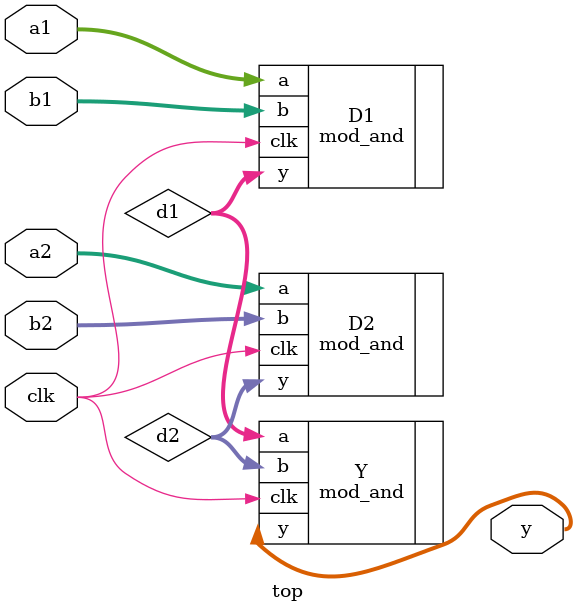
<source format=v>
module top (
    input  wire       clk,
    input  wire [7:0] a1,
    input  wire [7:0] b1,
    input  wire [7:0] a2,
    input  wire [7:0] b2,
    output reg  [7:0] y
);

  wire [7:0] d1;
  wire [7:0] d2;

  mod_and D1 (
      .clk(clk),
      .a  (a1),
      .b  (b1),
      .y  (d1)
  );
  mod_and D2 (
      .clk(clk),
      .a  (a2),
      .b  (b2),
      .y  (d2)
  );
  mod_and Y (
      .clk(clk),
      .a  (d1),
      .b  (d2),
      .y  (y)
  );
endmodule

</source>
